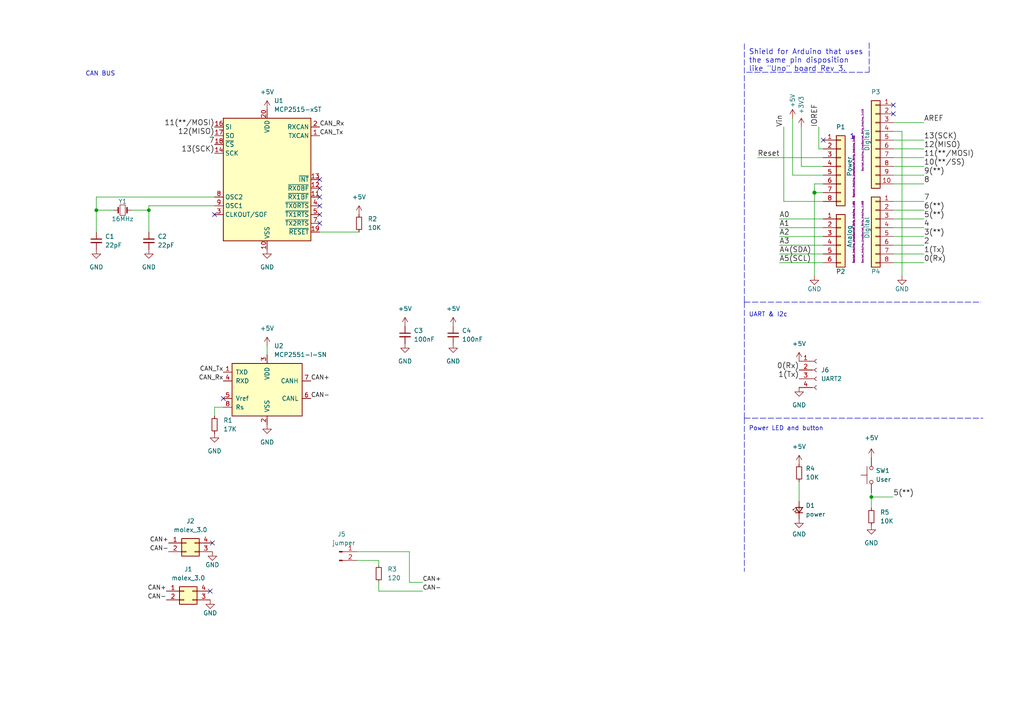
<source format=kicad_sch>
(kicad_sch (version 20211123) (generator eeschema)
  (paper "A4")
  (title_block (date "lun. 30 mars 2015"))
  (lib_symbols
    (symbol "Connector:Conn_01x02_Male" (pin_names (offset 1.016) hide)
      (property "Reference" "J" (at 0 2.54 0))
      (property "Value" "Conn_01x02_Male" (at 0 -5.08 0))
      (symbol "Conn_01x02_Male_1_1"
        (polyline (pts (xy 1.27 -2.54) (xy 0.8636 -2.54)) (stroke (width 0.1524)))
        (polyline (pts (xy 1.27 0) (xy 0.8636 0)) (stroke (width 0.1524)))
        (rectangle (start 0.8636 -2.413) (end 0 -2.667) (stroke (width 0.1524)) (fill (type outline)))
        (rectangle (start 0.8636 0.127) (end 0 -0.127) (stroke (width 0.1524)) (fill (type outline)))
        (pin passive line (at 5.08 0 180) (length 3.81) (name "Pin_1") (number "1"))
        (pin passive line (at 5.08 -2.54 180) (length 3.81) (name "Pin_2") (number "2"))
      )
    )
    (symbol "Connector:Conn_01x04_Female" (pin_names (offset 1.016) hide)
      (property "Reference" "J" (at 0 5.08 0))
      (property "Value" "Conn_01x04_Female" (at 0 -7.62 0))
      (symbol "Conn_01x04_Female_1_1"
        (arc (start 0 -4.572) (mid -0.508 -5.08) (end 0 -5.588) (stroke (width 0.1524)))
        (arc (start 0 -2.032) (mid -0.508 -2.54) (end 0 -3.048) (stroke (width 0.1524)))
        (polyline (pts (xy -1.27 -5.08) (xy -0.508 -5.08)) (stroke (width 0.1524)))
        (polyline (pts (xy -1.27 -2.54) (xy -0.508 -2.54)) (stroke (width 0.1524)))
        (polyline (pts (xy -1.27 0) (xy -0.508 0)) (stroke (width 0.1524)))
        (polyline (pts (xy -1.27 2.54) (xy -0.508 2.54)) (stroke (width 0.1524)))
        (arc (start 0 0.508) (mid -0.508 0) (end 0 -0.508) (stroke (width 0.1524)))
        (arc (start 0 3.048) (mid -0.508 2.54) (end 0 2.032) (stroke (width 0.1524)))
        (pin passive line (at -5.08 2.54 0) (length 3.81) (name "Pin_1") (number "1"))
        (pin passive line (at -5.08 0 0) (length 3.81) (name "Pin_2") (number "2"))
        (pin passive line (at -5.08 -2.54 0) (length 3.81) (name "Pin_3") (number "3"))
        (pin passive line (at -5.08 -5.08 0) (length 3.81) (name "Pin_4") (number "4"))
      )
    )
    (symbol "Connector_Generic:Conn_01x06" (pin_names (offset 1.016) hide)
      (property "Reference" "J" (at 0 7.62 0))
      (property "Value" "Conn_01x06" (at 0 -10.16 0))
      (symbol "Conn_01x06_1_1"
        (rectangle (start -1.27 -7.493) (end 0 -7.747) (stroke (width 0.1524)))
        (rectangle (start -1.27 -4.953) (end 0 -5.207) (stroke (width 0.1524)))
        (rectangle (start -1.27 -2.413) (end 0 -2.667) (stroke (width 0.1524)))
        (rectangle (start -1.27 0.127) (end 0 -0.127) (stroke (width 0.1524)))
        (rectangle (start -1.27 2.667) (end 0 2.413) (stroke (width 0.1524)))
        (rectangle (start -1.27 5.207) (end 0 4.953) (stroke (width 0.1524)))
        (rectangle (start -1.27 6.35) (end 1.27 -8.89) (stroke (width 0.254)) (fill (type background)))
        (pin passive line (at -5.08 5.08 0) (length 3.81) (name "Pin_1") (number "1"))
        (pin passive line (at -5.08 2.54 0) (length 3.81) (name "Pin_2") (number "2"))
        (pin passive line (at -5.08 0 0) (length 3.81) (name "Pin_3") (number "3"))
        (pin passive line (at -5.08 -2.54 0) (length 3.81) (name "Pin_4") (number "4"))
        (pin passive line (at -5.08 -5.08 0) (length 3.81) (name "Pin_5") (number "5"))
        (pin passive line (at -5.08 -7.62 0) (length 3.81) (name "Pin_6") (number "6"))
      )
    )
    (symbol "Connector_Generic:Conn_01x08" (pin_names (offset 1.016) hide)
      (property "Reference" "J" (at 0 10.16 0))
      (property "Value" "Conn_01x08" (at 0 -12.7 0))
      (symbol "Conn_01x08_1_1"
        (rectangle (start -1.27 -10.033) (end 0 -10.287) (stroke (width 0.1524)))
        (rectangle (start -1.27 -7.493) (end 0 -7.747) (stroke (width 0.1524)))
        (rectangle (start -1.27 -4.953) (end 0 -5.207) (stroke (width 0.1524)))
        (rectangle (start -1.27 -2.413) (end 0 -2.667) (stroke (width 0.1524)))
        (rectangle (start -1.27 0.127) (end 0 -0.127) (stroke (width 0.1524)))
        (rectangle (start -1.27 2.667) (end 0 2.413) (stroke (width 0.1524)))
        (rectangle (start -1.27 5.207) (end 0 4.953) (stroke (width 0.1524)))
        (rectangle (start -1.27 7.747) (end 0 7.493) (stroke (width 0.1524)))
        (rectangle (start -1.27 8.89) (end 1.27 -11.43) (stroke (width 0.254)) (fill (type background)))
        (pin passive line (at -5.08 7.62 0) (length 3.81) (name "Pin_1") (number "1"))
        (pin passive line (at -5.08 5.08 0) (length 3.81) (name "Pin_2") (number "2"))
        (pin passive line (at -5.08 2.54 0) (length 3.81) (name "Pin_3") (number "3"))
        (pin passive line (at -5.08 0 0) (length 3.81) (name "Pin_4") (number "4"))
        (pin passive line (at -5.08 -2.54 0) (length 3.81) (name "Pin_5") (number "5"))
        (pin passive line (at -5.08 -5.08 0) (length 3.81) (name "Pin_6") (number "6"))
        (pin passive line (at -5.08 -7.62 0) (length 3.81) (name "Pin_7") (number "7"))
        (pin passive line (at -5.08 -10.16 0) (length 3.81) (name "Pin_8") (number "8"))
      )
    )
    (symbol "Connector_Generic:Conn_01x10" (pin_names (offset 1.016) hide)
      (property "Reference" "J" (at 0 12.7 0))
      (property "Value" "Conn_01x10" (at 0 -15.24 0))
      (symbol "Conn_01x10_1_1"
        (rectangle (start -1.27 -12.573) (end 0 -12.827) (stroke (width 0.1524)))
        (rectangle (start -1.27 -10.033) (end 0 -10.287) (stroke (width 0.1524)))
        (rectangle (start -1.27 -7.493) (end 0 -7.747) (stroke (width 0.1524)))
        (rectangle (start -1.27 -4.953) (end 0 -5.207) (stroke (width 0.1524)))
        (rectangle (start -1.27 -2.413) (end 0 -2.667) (stroke (width 0.1524)))
        (rectangle (start -1.27 0.127) (end 0 -0.127) (stroke (width 0.1524)))
        (rectangle (start -1.27 2.667) (end 0 2.413) (stroke (width 0.1524)))
        (rectangle (start -1.27 5.207) (end 0 4.953) (stroke (width 0.1524)))
        (rectangle (start -1.27 7.747) (end 0 7.493) (stroke (width 0.1524)))
        (rectangle (start -1.27 10.287) (end 0 10.033) (stroke (width 0.1524)))
        (rectangle (start -1.27 11.43) (end 1.27 -13.97) (stroke (width 0.254)) (fill (type background)))
        (pin passive line (at -5.08 10.16 0) (length 3.81) (name "Pin_1") (number "1"))
        (pin passive line (at -5.08 -12.7 0) (length 3.81) (name "Pin_10") (number "10"))
        (pin passive line (at -5.08 7.62 0) (length 3.81) (name "Pin_2") (number "2"))
        (pin passive line (at -5.08 5.08 0) (length 3.81) (name "Pin_3") (number "3"))
        (pin passive line (at -5.08 2.54 0) (length 3.81) (name "Pin_4") (number "4"))
        (pin passive line (at -5.08 0 0) (length 3.81) (name "Pin_5") (number "5"))
        (pin passive line (at -5.08 -2.54 0) (length 3.81) (name "Pin_6") (number "6"))
        (pin passive line (at -5.08 -5.08 0) (length 3.81) (name "Pin_7") (number "7"))
        (pin passive line (at -5.08 -7.62 0) (length 3.81) (name "Pin_8") (number "8"))
        (pin passive line (at -5.08 -10.16 0) (length 3.81) (name "Pin_9") (number "9"))
      )
    )
    (symbol "Connector_Generic:Conn_02x02_Counter_Clockwise" (pin_names (offset 1.016) hide)
      (property "Reference" "J" (at 1.27 2.54 0))
      (property "Value" "Conn_02x02_Counter_Clockwise" (at 1.27 -5.08 0))
      (symbol "Conn_02x02_Counter_Clockwise_1_1"
        (rectangle (start -1.27 -2.413) (end 0 -2.667) (stroke (width 0.1524)))
        (rectangle (start -1.27 0.127) (end 0 -0.127) (stroke (width 0.1524)))
        (rectangle (start -1.27 1.27) (end 3.81 -3.81) (stroke (width 0.254)) (fill (type background)))
        (rectangle (start 3.81 -2.413) (end 2.54 -2.667) (stroke (width 0.1524)))
        (rectangle (start 3.81 0.127) (end 2.54 -0.127) (stroke (width 0.1524)))
        (pin passive line (at -5.08 0 0) (length 3.81) (name "Pin_1") (number "1"))
        (pin passive line (at -5.08 -2.54 0) (length 3.81) (name "Pin_2") (number "2"))
        (pin passive line (at 7.62 -2.54 180) (length 3.81) (name "Pin_3") (number "3"))
        (pin passive line (at 7.62 0 180) (length 3.81) (name "Pin_4") (number "4"))
      )
    )
    (symbol "Device:C_Small" (pin_numbers hide) (pin_names (offset 0.254) hide)
      (property "Reference" "C" (at 0.254 1.778 0))
      (property "Value" "C_Small" (at 0.254 -2.032 0))
      (symbol "C_Small_0_1"
        (polyline (pts (xy -1.524 -0.508) (xy 1.524 -0.508)) (stroke (width 0.3302)))
        (polyline (pts (xy -1.524 0.508) (xy 1.524 0.508)) (stroke (width 0.3048)))
      )
      (symbol "C_Small_1_1"
        (pin passive line (at 0 2.54 270) (length 2.032) (name "~") (number "1"))
        (pin passive line (at 0 -2.54 90) (length 2.032) (name "~") (number "2"))
      )
    )
    (symbol "Device:Crystal_Small" (pin_numbers hide) (pin_names (offset 1.016) hide)
      (property "Reference" "Y" (at 0 2.54 0))
      (property "Value" "Crystal_Small" (at 0 -2.54 0))
      (symbol "Crystal_Small_0_1"
        (rectangle (start -0.762 -1.524) (end 0.762 1.524))
        (polyline (pts (xy -1.27 -0.762) (xy -1.27 0.762)) (stroke (width 0.381)))
        (polyline (pts (xy 1.27 -0.762) (xy 1.27 0.762)) (stroke (width 0.381)))
      )
      (symbol "Crystal_Small_1_1"
        (pin passive line (at -2.54 0 0) (length 1.27) (name "1") (number "1"))
        (pin passive line (at 2.54 0 180) (length 1.27) (name "2") (number "2"))
      )
    )
    (symbol "Device:LED_Small" (pin_numbers hide) (pin_names (offset 0.254) hide)
      (property "Reference" "D" (at -1.27 3.175 0))
      (property "Value" "LED_Small" (at -4.445 -2.54 0))
      (symbol "LED_Small_0_1"
        (polyline (pts (xy -0.762 -1.016) (xy -0.762 1.016)) (stroke (width 0.254)))
        (polyline (pts (xy 1.016 0) (xy -0.762 0)))
        (polyline (pts (xy 0.762 -1.016) (xy -0.762 0) (xy 0.762 1.016) (xy 0.762 -1.016)) (stroke (width 0.254)))
        (polyline (pts (xy 0 0.762) (xy -0.508 1.27) (xy -0.254 1.27) (xy -0.508 1.27) (xy -0.508 1.016)))
        (polyline (pts (xy 0.508 1.27) (xy 0 1.778) (xy 0.254 1.778) (xy 0 1.778) (xy 0 1.524)))
      )
      (symbol "LED_Small_1_1"
        (pin passive line (at -2.54 0 0) (length 1.778) (name "K") (number "1"))
        (pin passive line (at 2.54 0 180) (length 1.778) (name "A") (number "2"))
      )
    )
    (symbol "Device:R_Small" (pin_numbers hide) (pin_names (offset 0.254) hide)
      (property "Reference" "R" (at 0.762 0.508 0))
      (property "Value" "R_Small" (at 0.762 -1.016 0))
      (symbol "R_Small_0_1"
        (rectangle (start -0.762 1.778) (end 0.762 -1.778) (stroke (width 0.2032)))
      )
      (symbol "R_Small_1_1"
        (pin passive line (at 0 2.54 270) (length 0.762) (name "~") (number "1"))
        (pin passive line (at 0 -2.54 90) (length 0.762) (name "~") (number "2"))
      )
    )
    (symbol "Interface_CAN_LIN:MCP2515-xST"
      (property "Reference" "U" (at -10.16 19.685 0))
      (property "Value" "MCP2515-xST" (at 19.05 20.32 0))
      (symbol "MCP2515-xST_0_1"
        (rectangle (start -12.7 17.78) (end 12.7 -17.78) (stroke (width 0.254)) (fill (type background)))
      )
      (symbol "MCP2515-xST_1_1"
        (pin output line (at 15.24 12.7 180) (length 2.54) (name "TXCAN") (number "1"))
        (pin power_in line (at 0 -20.32 90) (length 2.54) (name "VSS") (number "10"))
        (pin output line (at 15.24 -5.08 180) (length 2.54) (name "~{RX1BF}") (number "11"))
        (pin output line (at 15.24 -2.54 180) (length 2.54) (name "~{RX0BF}") (number "12"))
        (pin output line (at 15.24 0 180) (length 2.54) (name "~{INT}") (number "13"))
        (pin input line (at -15.24 7.62 0) (length 2.54) (name "SCK") (number "14"))
        (pin no_connect line (at -12.7 -2.54 0) (length 2.54) hide (name "NC") (number "15"))
        (pin input line (at -15.24 15.24 0) (length 2.54) (name "SI") (number "16"))
        (pin output line (at -15.24 12.7 0) (length 2.54) (name "SO") (number "17"))
        (pin input line (at -15.24 10.16 0) (length 2.54) (name "~{CS}") (number "18"))
        (pin input line (at 15.24 -15.24 180) (length 2.54) (name "~{RESET}") (number "19"))
        (pin input line (at 15.24 15.24 180) (length 2.54) (name "RXCAN") (number "2"))
        (pin power_in line (at 0 20.32 270) (length 2.54) (name "VDD") (number "20"))
        (pin output line (at -15.24 -10.16 0) (length 2.54) (name "CLKOUT/SOF") (number "3"))
        (pin input line (at 15.24 -7.62 180) (length 2.54) (name "~{TX0RTS}") (number "4"))
        (pin input line (at 15.24 -10.16 180) (length 2.54) (name "~{TX1RTS}") (number "5"))
        (pin no_connect line (at -12.7 0 0) (length 2.54) hide (name "NC") (number "6"))
        (pin input line (at 15.24 -12.7 180) (length 2.54) (name "~{TX2RTS}") (number "7"))
        (pin output line (at -15.24 -5.08 0) (length 2.54) (name "OSC2") (number "8"))
        (pin input line (at -15.24 -7.62 0) (length 2.54) (name "OSC1") (number "9"))
      )
    )
    (symbol "Interface_CAN_LIN:MCP2551-I-SN" (pin_names (offset 1.016))
      (property "Reference" "U" (at -10.16 8.89 0))
      (property "Value" "MCP2551-I-SN" (at 2.54 8.89 0))
      (symbol "MCP2551-I-SN_0_1"
        (rectangle (start -10.16 7.62) (end 10.16 -7.62) (stroke (width 0.254)) (fill (type background)))
      )
      (symbol "MCP2551-I-SN_1_1"
        (pin input line (at -12.7 5.08 0) (length 2.54) (name "TXD") (number "1"))
        (pin power_in line (at 0 -10.16 90) (length 2.54) (name "VSS") (number "2"))
        (pin power_in line (at 0 10.16 270) (length 2.54) (name "VDD") (number "3"))
        (pin output line (at -12.7 2.54 0) (length 2.54) (name "RXD") (number "4"))
        (pin power_out line (at -12.7 -2.54 0) (length 2.54) (name "Vref") (number "5"))
        (pin bidirectional line (at 12.7 -2.54 180) (length 2.54) (name "CANL") (number "6"))
        (pin bidirectional line (at 12.7 2.54 180) (length 2.54) (name "CANH") (number "7"))
        (pin input line (at -12.7 -5.08 0) (length 2.54) (name "Rs") (number "8"))
      )
    )
    (symbol "Switch:SW_Push" (pin_numbers hide) (pin_names (offset 1.016) hide)
      (property "Reference" "SW" (at 1.27 2.54 0))
      (property "Value" "SW_Push" (at 0 -1.524 0))
      (symbol "SW_Push_0_1"
        (circle (center -2.032 0) (radius 0.508))
        (polyline (pts (xy 0 1.27) (xy 0 3.048)))
        (polyline (pts (xy 2.54 1.27) (xy -2.54 1.27)))
        (circle (center 2.032 0) (radius 0.508))
        (pin passive line (at -5.08 0 0) (length 2.54) (name "1") (number "1"))
        (pin passive line (at 5.08 0 180) (length 2.54) (name "2") (number "2"))
      )
    )
    (symbol "power:+3.3V" (power) (pin_names (offset 0))
      (property "Value" "+3.3V" (at 0 3.556 0))
      (symbol "+3.3V_0_1"
        (polyline (pts (xy -0.762 1.27) (xy 0 2.54)))
        (polyline (pts (xy 0 0) (xy 0 2.54)))
        (polyline (pts (xy 0 2.54) (xy 0.762 1.27)))
      )
      (symbol "+3.3V_1_1"
        (pin power_in line (at 0 0 90) (length 0) hide (name "+3V3") (number "1"))
      )
    )
    (symbol "power:+5V" (power) (pin_names (offset 0))
      (property "Value" "+5V" (at 0 3.556 0))
      (symbol "+5V_0_1"
        (polyline (pts (xy -0.762 1.27) (xy 0 2.54)))
        (polyline (pts (xy 0 0) (xy 0 2.54)))
        (polyline (pts (xy 0 2.54) (xy 0.762 1.27)))
      )
      (symbol "+5V_1_1"
        (pin power_in line (at 0 0 90) (length 0) hide (name "+5V") (number "1"))
      )
    )
    (symbol "power:GND" (power) (pin_names (offset 0))
      (property "Value" "GND" (at 0 -3.81 0))
      (symbol "GND_0_1"
        (polyline (pts (xy 0 0) (xy 0 -1.27) (xy 1.27 -1.27) (xy 0 -2.54) (xy -1.27 -1.27) (xy 0 -1.27)))
      )
      (symbol "GND_1_1"
        (pin power_in line (at 0 0 270) (length 0) hide (name "GND") (number "1"))
      )
    )
  )
  (junction (at 252.73 144.145))
  (junction (at 27.94 60.96))
  (junction (at 236.22 55.88) (diameter 1.016))
  (junction (at 43.18 60.96))
  (no_connect (at 259.08 33.02))
  (no_connect (at 259.08 30.48))
  (no_connect (at 64.77 115.57))
  (no_connect (at 60.96 171.45))
  (no_connect (at 62.23 62.23))
  (no_connect (at 92.71 52.07))
  (no_connect (at 92.71 64.77))
  (no_connect (at 92.71 62.23))
  (no_connect (at 92.71 59.69))
  (no_connect (at 92.71 57.15))
  (no_connect (at 92.71 54.61))
  (no_connect (at 61.595 157.48))
  (no_connect (at 238.76 40.64))
  (wire (pts (xy 252.73 142.875) (xy 252.73 144.145)))
  (wire (pts (xy 238.76 48.26) (xy 232.41 48.26)))
  (polyline (pts (xy 215.9 121.285) (xy 215.9 165.735)))
  (wire (pts (xy 238.76 71.12) (xy 226.06 71.12)))
  (polyline (pts (xy 252.095 20.955) (xy 252.095 12.065)) (stroke (width 0) (type dash)))
  (wire (pts (xy 259.08 63.5) (xy 267.97 63.5)))
  (wire (pts (xy 27.94 60.96) (xy 27.94 67.31)))
  (polyline (pts (xy 215.9 87.63) (xy 215.9 121.285)))
  (wire (pts (xy 103.505 162.56) (xy 109.855 162.56)))
  (wire (pts (xy 252.73 144.145) (xy 252.73 147.32)))
  (wire (pts (xy 231.775 139.7) (xy 231.775 145.415)))
  (wire (pts (xy 236.22 53.34) (xy 236.22 55.88)))
  (wire (pts (xy 118.745 160.02) (xy 118.745 168.91)))
  (wire (pts (xy 38.1 60.96) (xy 43.18 60.96)))
  (wire (pts (xy 259.08 43.18) (xy 267.97 43.18)))
  (wire (pts (xy 261.62 38.1) (xy 261.62 80.01)))
  (wire (pts (xy 238.76 53.34) (xy 236.22 53.34)))
  (wire (pts (xy 259.08 144.145) (xy 252.73 144.145)))
  (wire (pts (xy 62.23 57.15) (xy 27.94 57.15)))
  (wire (pts (xy 118.745 160.02) (xy 103.505 160.02)))
  (wire (pts (xy 259.08 53.34) (xy 267.97 53.34)))
  (wire (pts (xy 237.49 43.18) (xy 238.76 43.18)))
  (wire (pts (xy 238.76 50.8) (xy 229.87 50.8)))
  (wire (pts (xy 118.745 168.91) (xy 122.555 168.91)))
  (wire (pts (xy 109.855 171.45) (xy 122.555 171.45)))
  (wire (pts (xy 259.08 40.64) (xy 267.97 40.64)))
  (wire (pts (xy 259.08 58.42) (xy 267.97 58.42)))
  (wire (pts (xy 238.76 66.04) (xy 226.06 66.04)))
  (polyline (pts (xy 215.9 121.285) (xy 285.115 121.285)))
  (wire (pts (xy 33.02 60.96) (xy 27.94 60.96)))
  (wire (pts (xy 259.08 71.12) (xy 267.97 71.12)))
  (wire (pts (xy 77.47 100.33) (xy 77.47 102.87)))
  (wire (pts (xy 238.76 58.42) (xy 227.33 58.42)))
  (wire (pts (xy 238.76 63.5) (xy 226.06 63.5)))
  (wire (pts (xy 43.18 60.96) (xy 43.18 67.31)))
  (wire (pts (xy 259.08 45.72) (xy 267.97 45.72)))
  (wire (pts (xy 238.76 73.66) (xy 226.06 73.66)))
  (wire (pts (xy 62.23 59.69) (xy 43.18 59.69)))
  (wire (pts (xy 43.18 59.69) (xy 43.18 60.96)))
  (wire (pts (xy 238.76 45.72) (xy 219.71 45.72)))
  (wire (pts (xy 259.08 38.1) (xy 261.62 38.1)))
  (wire (pts (xy 238.76 55.88) (xy 236.22 55.88)))
  (wire (pts (xy 259.08 50.8) (xy 267.97 50.8)))
  (wire (pts (xy 236.22 55.88) (xy 236.22 80.01)))
  (wire (pts (xy 64.77 118.11) (xy 62.23 118.11)))
  (wire (pts (xy 227.33 58.42) (xy 227.33 36.83)))
  (wire (pts (xy 109.855 168.91) (xy 109.855 171.45)))
  (polyline (pts (xy 215.9 87.63) (xy 284.48 87.63)) (stroke (width 0) (type dash)))
  (wire (pts (xy 259.08 68.58) (xy 267.97 68.58)))
  (wire (pts (xy 238.76 76.2) (xy 226.06 76.2)))
  (wire (pts (xy 259.08 73.66) (xy 267.97 73.66)))
  (wire (pts (xy 259.08 60.96) (xy 267.97 60.96)))
  (wire (pts (xy 109.855 162.56) (xy 109.855 163.83)))
  (wire (pts (xy 27.94 57.15) (xy 27.94 60.96)))
  (wire (pts (xy 229.87 50.8) (xy 229.87 34.29)))
  (wire (pts (xy 259.08 66.04) (xy 267.97 66.04)))
  (wire (pts (xy 259.08 35.56) (xy 267.97 35.56)))
  (polyline (pts (xy 215.9 12.7) (xy 215.9 87.63)) (stroke (width 0) (type dash)))
  (wire (pts (xy 92.71 67.31) (xy 104.14 67.31)))
  (wire (pts (xy 232.41 48.26) (xy 232.41 36.83)))
  (wire (pts (xy 237.49 36.83) (xy 237.49 43.18)))
  (wire (pts (xy 62.23 118.11) (xy 62.23 120.65)))
  (wire (pts (xy 259.08 76.2) (xy 267.97 76.2)))
  (wire (pts (xy 259.08 48.26) (xy 267.97 48.26)))
  (wire (pts (xy 238.76 68.58) (xy 226.06 68.58)))
  (polyline (pts (xy 216.535 20.955) (xy 252.095 20.955)) (stroke (width 0) (type dash)))
  (text "UART & I2c\n" (at 217.17 92.075 0) (effects (font (size 1.27 1.27)) (justify left bottom)))
  (text "Shield for Arduino that uses\nthe same pin disposition\nlike \"Uno\" board Rev 3." (at 217.17 20.955 0) (effects (font (size 1.524 1.524)) (justify left bottom)))
  (text "CAN BUS" (at 24.765 22.225 0) (effects (font (size 1.27 1.27)) (justify left bottom)))
  (text "1" (at 246.38 40.64 0) (effects (font (size 1.524 1.524)) (justify left bottom)))
  (text "Power LED and button \n" (at 217.17 125.095 0) (effects (font (size 1.27 1.27)) (justify left bottom)))
  (label "Vin" (at 227.33 36.83 90) (effects (font (size 1.524 1.524))))
  (label "CAN+" (at 90.17 110.49 0))
  (label "CAN-" (at 90.17 115.57 0))
  (label "CAN+" (at 48.26 171.45 180))
  (label "0(Rx)" (at 267.97 76.2 0) (effects (font (size 1.524 1.524))))
  (label "A4(SDA)" (at 226.06 73.66 0) (effects (font (size 1.524 1.524))))
  (label "CAN-" (at 122.555 171.45 0))
  (label "12(MISO)" (at 62.23 39.37 180) (effects (font (size 1.524 1.524))))
  (label "11(**/MOSI)" (at 62.23 36.83 180) (effects (font (size 1.524 1.524))))
  (label "CAN+" (at 48.895 157.48 180))
  (label "4" (at 267.97 66.04 0) (effects (font (size 1.524 1.524))))
  (label "5(**)" (at 267.97 63.5 0) (effects (font (size 1.524 1.524))))
  (label "A2" (at 226.06 68.58 0) (effects (font (size 1.524 1.524))))
  (label "CAN_Tx" (at 64.77 107.95 180))
  (label "A5(SCL)" (at 226.06 76.2 0) (effects (font (size 1.524 1.524))))
  (label "A0" (at 226.06 63.5 0) (effects (font (size 1.524 1.524))))
  (label "CAN_Rx" (at 92.71 36.83 0))
  (label "A1" (at 226.06 66.04 0) (effects (font (size 1.524 1.524))))
  (label "0(Rx)" (at 231.775 107.315 180) (effects (font (size 1.524 1.524))))
  (label "10(**/SS)" (at 267.97 48.26 0) (effects (font (size 1.524 1.524))))
  (label "1(Tx)" (at 231.775 109.855 180) (effects (font (size 1.524 1.524))))
  (label "13(SCK)" (at 267.97 40.64 0) (effects (font (size 1.524 1.524))))
  (label "7" (at 267.97 58.42 0) (effects (font (size 1.524 1.524))))
  (label "CAN_Tx" (at 92.71 39.37 0))
  (label "A3" (at 226.06 71.12 0) (effects (font (size 1.524 1.524))))
  (label "Reset" (at 219.71 45.72 0) (effects (font (size 1.524 1.524))))
  (label "2" (at 267.97 71.12 0) (effects (font (size 1.524 1.524))))
  (label "12(MISO)" (at 267.97 43.18 0) (effects (font (size 1.524 1.524))))
  (label "CAN-" (at 48.26 173.99 180))
  (label "3(**)" (at 267.97 68.58 0) (effects (font (size 1.524 1.524))))
  (label "5(**)" (at 259.08 144.145 0) (effects (font (size 1.524 1.524))))
  (label "9(**)" (at 267.97 50.8 0) (effects (font (size 1.524 1.524))))
  (label "CAN+" (at 122.555 168.91 0))
  (label "8" (at 267.97 53.34 0) (effects (font (size 1.524 1.524))))
  (label "7" (at 62.23 41.91 180) (effects (font (size 1.524 1.524))))
  (label "IOREF" (at 237.49 36.83 90) (effects (font (size 1.524 1.524))))
  (label "AREF" (at 267.97 35.56 0) (effects (font (size 1.524 1.524))))
  (label "13(SCK)" (at 62.23 44.45 180) (effects (font (size 1.524 1.524))))
  (label "CAN_Rx" (at 64.77 110.49 180))
  (label "CAN-" (at 48.895 160.02 180))
  (label "11(**/MOSI)" (at 267.97 45.72 0) (effects (font (size 1.524 1.524))))
  (label "1(Tx)" (at 267.97 73.66 0) (effects (font (size 1.524 1.524))))
  (label "6(**)" (at 267.97 60.96 0) (effects (font (size 1.524 1.524))))
  (symbol (lib_id "Connector_Generic:Conn_01x08") (at 243.84 48.26 0) (unit 1)
    (property "Reference" "P1" (at 243.84 36.83 0))
    (property "Value" "Power" (at 246.38 48.26 90))
    (property "Footprint" "Socket_Arduino_Uno:Socket_Strip_Arduino_1x08" (at 247.65 48.26 90) (effects (font (size 0.508 0.508))))
  )
  (symbol (lib_id "power:+3.3V") (at 232.41 36.83 0) (unit 1)
    (property "Reference" "#PWR01" (effects hide))
    (property "Value" "+3.3V" (at 232.41 30.48 90))
  )
  (symbol (lib_id "power:+5V") (at 229.87 34.29 0) (unit 1)
    (property "Reference" "#PWR02" (effects hide))
    (property "Value" "+5V" (at 229.87 29.21 90))
  )
  (symbol (lib_id "power:GND") (at 236.22 80.01 0) (unit 1)
    (property "Reference" "#PWR03" (effects hide))
    (property "Value" "GND" (at 236.22 83.82 0))
  )
  (symbol (lib_id "power:GND") (at 261.62 80.01 0) (unit 1)
    (property "Reference" "#PWR04" (effects hide))
    (property "Value" "GND" (at 261.62 83.82 0))
  )
  (symbol (lib_id "Connector_Generic:Conn_01x06") (at 243.84 68.58 0) (unit 1)
    (property "Reference" "P2" (at 243.84 78.74 0))
    (property "Value" "Analog" (at 246.38 68.58 90))
    (property "Footprint" "Socket_Arduino_Uno:Socket_Strip_Arduino_1x06" (at 247.65 67.31 90) (effects (font (size 0.508 0.508))))
  )
  (symbol (lib_id "Connector_Generic:Conn_01x08") (at 254 66.04 0) (mirror y) (unit 1)
    (property "Reference" "P4" (at 254 78.74 0))
    (property "Value" "Digital" (at 251.46 66.04 90))
    (property "Footprint" "Socket_Arduino_Uno:Socket_Strip_Arduino_1x08" (at 250.19 67.31 90) (effects (font (size 0.508 0.508))))
  )
  (symbol (lib_id "Connector_Generic:Conn_01x10") (at 254 40.64 0) (mirror y) (unit 1)
    (property "Reference" "P3" (at 254 26.67 0))
    (property "Value" "Digital" (at 251.46 40.64 90))
    (property "Footprint" "Socket_Arduino_Uno:Socket_Strip_Arduino_1x10" (at 250.19 40.64 90) (effects (font (size 0.508 0.508))))
  )
  (symbol (lib_id "Device:C_Small") (at 27.94 69.85 0) (unit 1)
    (property "Reference" "C1" (at 30.48 68.5862 0) (effects (justify left)))
    (property "Value" "22pF" (at 30.48 71.1262 0) (effects (justify left)))
    (property "Footprint" "Capacitor_SMD:C_0805_2012Metric_Pad1.18x1.45mm_HandSolder" (effects hide))
  )
  (symbol (lib_id "power:+5V") (at 77.47 31.75 0) (unit 1)
    (property "Reference" "#PWR010" (effects hide))
    (property "Value" "+5V" (at 77.47 26.67 0))
  )
  (symbol (lib_id "Device:C_Small") (at 43.18 69.85 0) (unit 1)
    (property "Reference" "C2" (at 45.72 68.5862 0) (effects (justify left)))
    (property "Value" "22pF" (at 45.72 71.1262 0) (effects (justify left)))
    (property "Footprint" "Capacitor_SMD:C_0805_2012Metric_Pad1.18x1.45mm_HandSolder" (effects hide))
  )
  (symbol (lib_id "Connector_Generic:Conn_02x02_Counter_Clockwise") (at 53.975 157.48 0) (unit 1)
    (property "Reference" "J2" (at 55.245 151.13 0))
    (property "Value" "molex_3.0" (at 55.245 153.67 0))
    (property "Footprint" "Connector_Molex:Molex_Micro-Fit_3.0_43045-0400_2x02_P3.00mm_Horizontal" (effects hide))
  )
  (symbol (lib_id "Device:C_Small") (at 131.445 97.155 0) (unit 1)
    (property "Reference" "C4" (at 133.985 95.8912 0) (effects (justify left)))
    (property "Value" "100nF" (at 133.985 98.4312 0) (effects (justify left)))
    (property "Footprint" "Capacitor_SMD:C_0805_2012Metric_Pad1.18x1.45mm_HandSolder" (effects hide))
  )
  (symbol (lib_id "power:+5V") (at 252.73 132.715 0) (unit 1)
    (property "Reference" "#PWR025" (effects hide))
    (property "Value" "+5V" (at 252.73 127 0))
  )
  (symbol (lib_id "power:+5V") (at 131.445 94.615 0) (unit 1)
    (property "Reference" "#PWR019" (effects hide))
    (property "Value" "+5V" (at 131.445 89.535 0))
  )
  (symbol (lib_id "power:+5V") (at 104.14 62.23 0) (unit 1)
    (property "Reference" "#PWR016" (effects hide))
    (property "Value" "+5V" (at 104.14 57.15 0))
  )
  (symbol (lib_id "power:+5V") (at 117.475 94.615 0) (unit 1)
    (property "Reference" "#PWR017" (effects hide))
    (property "Value" "+5V" (at 117.475 89.535 0))
  )
  (symbol (lib_id "Device:R_Small") (at 104.14 64.77 0) (unit 1)
    (property "Reference" "R2" (at 106.68 63.4999 0) (effects (justify left)))
    (property "Value" "10K" (at 106.68 66.0399 0) (effects (justify left)))
    (property "Footprint" "Resistor_SMD:R_0805_2012Metric_Pad1.20x1.40mm_HandSolder" (effects hide))
  )
  (symbol (lib_id "Connector:Conn_01x04_Female") (at 236.855 107.315 0) (unit 1)
    (property "Reference" "J6" (at 238.125 107.3149 0) (effects (justify left)))
    (property "Value" "UART2" (at 238.125 109.8549 0) (effects (justify left)))
    (property "Footprint" "Connector_PinSocket_2.54mm:PinSocket_1x04_P2.54mm_Vertical" (effects hide))
  )
  (symbol (lib_id "power:+5V") (at 77.47 100.33 0) (unit 1)
    (property "Reference" "#PWR012" (effects hide))
    (property "Value" "+5V" (at 77.47 95.25 0))
  )
  (symbol (lib_id "power:GND") (at 131.445 99.695 0) (unit 1)
    (property "Reference" "#PWR020" (effects hide))
    (property "Value" "GND" (at 131.445 104.775 0))
  )
  (symbol (lib_id "Device:R_Small") (at 62.23 123.19 0) (unit 1)
    (property "Reference" "R1" (at 64.77 121.9199 0) (effects (justify left)))
    (property "Value" "17K" (at 64.77 124.4599 0) (effects (justify left)))
    (property "Footprint" "Resistor_SMD:R_0805_2012Metric_Pad1.20x1.40mm_HandSolder" (effects hide))
  )
  (symbol (lib_id "power:+5V") (at 231.775 134.62 0) (unit 1)
    (property "Reference" "#PWR023" (effects hide))
    (property "Value" "+5V" (at 231.775 129.54 0))
  )
  (symbol (lib_id "power:GND") (at 252.73 152.4 0) (unit 1)
    (property "Reference" "#PWR026" (effects hide))
    (property "Value" "GND" (at 252.73 157.48 0))
  )
  (symbol (lib_id "Device:R_Small") (at 109.855 166.37 0) (unit 1)
    (property "Reference" "R3" (at 112.395 165.0999 0) (effects (justify left)))
    (property "Value" "120" (at 112.395 167.6399 0) (effects (justify left)))
    (property "Footprint" "Resistor_SMD:R_0805_2012Metric_Pad1.20x1.40mm_HandSolder" (effects hide))
  )
  (symbol (lib_id "power:GND") (at 62.23 125.73 0) (unit 1)
    (property "Reference" "#PWR09" (effects hide))
    (property "Value" "GND" (at 62.23 130.81 0))
  )
  (symbol (lib_id "Interface_CAN_LIN:MCP2515-xST") (at 77.47 52.07 0) (unit 1)
    (property "Reference" "U1" (at 79.4894 29.21 0) (effects (justify left)))
    (property "Value" "MCP2515-xST" (at 79.4894 31.75 0) (effects (justify left)))
    (property "Footprint" "Package_SO:TSSOP-20_4.4x6.5mm_P0.65mm" (effects hide))
    (property "Datasheet" "http://ww1.microchip.com/downloads/en/DeviceDoc/21801e.pdf" (effects hide))
  )
  (symbol (lib_id "Connector_Generic:Conn_02x02_Counter_Clockwise") (at 53.34 171.45 0) (unit 1)
    (property "Reference" "J1" (at 54.61 165.1 0))
    (property "Value" "molex_3.0" (at 54.61 167.64 0))
    (property "Footprint" "Connector_Molex:Molex_Micro-Fit_3.0_43045-0400_2x02_P3.00mm_Horizontal" (effects hide))
  )
  (symbol (lib_id "power:GND") (at 77.47 72.39 0) (unit 1)
    (property "Reference" "#PWR011" (effects hide))
    (property "Value" "GND" (at 77.47 77.47 0))
  )
  (symbol (lib_id "Interface_CAN_LIN:MCP2551-I-SN") (at 77.47 113.03 0) (unit 1)
    (property "Reference" "U2" (at 79.4894 100.33 0) (effects (justify left)))
    (property "Value" "MCP2551-I-SN" (at 79.4894 102.87 0) (effects (justify left)))
    (property "Footprint" "Package_SO:SOIC-8_3.9x4.9mm_P1.27mm" (effects hide))
    (property "Datasheet" "http://ww1.microchip.com/downloads/en/devicedoc/21667d.pdf" (effects hide))
  )
  (symbol (lib_id "power:GND") (at 77.47 123.19 0) (unit 1)
    (property "Reference" "#PWR013" (effects hide))
    (property "Value" "GND" (at 77.47 128.27 0))
  )
  (symbol (lib_id "Device:R_Small") (at 252.73 149.86 0) (unit 1)
    (property "Reference" "R5" (at 255.27 148.5899 0) (effects (justify left)))
    (property "Value" "10K" (at 255.27 151.1299 0) (effects (justify left)))
    (property "Footprint" "Resistor_SMD:R_0805_2012Metric_Pad1.20x1.40mm_HandSolder" (effects hide))
  )
  (symbol (lib_id "power:+5V") (at 231.775 104.775 0) (unit 1)
    (property "Reference" "#PWR021" (effects hide))
    (property "Value" "+5V" (at 231.775 99.695 0))
  )
  (symbol (lib_id "power:GND") (at 231.775 150.495 0) (unit 1)
    (property "Reference" "#PWR024" (effects hide))
    (property "Value" "GND" (at 231.775 154.94 0))
  )
  (symbol (lib_id "Switch:SW_Push") (at 252.73 137.795 90) (unit 1)
    (property "Reference" "SW1" (at 254 136.5249 90) (effects (justify right)))
    (property "Value" "User" (at 254 139.0649 90) (effects (justify right)))
    (property "Footprint" "Button_Switch_SMD:SW_Push_1P1T_NO_6x6mm_H9.5mm" (effects hide))
  )
  (symbol (lib_id "power:GND") (at 43.18 72.39 0) (unit 1)
    (property "Reference" "#PWR06" (effects hide))
    (property "Value" "GND" (at 43.18 77.47 0))
  )
  (symbol (lib_id "power:GND") (at 61.595 160.02 0) (unit 1)
    (property "Reference" "#PWR08" (effects hide))
    (property "Value" "GND" (at 61.595 163.83 0))
  )
  (symbol (lib_id "power:GND") (at 117.475 99.695 0) (unit 1)
    (property "Reference" "#PWR018" (effects hide))
    (property "Value" "GND" (at 117.475 104.775 0))
  )
  (symbol (lib_id "power:GND") (at 231.775 112.395 0) (unit 1)
    (property "Reference" "#PWR022" (effects hide))
    (property "Value" "GND" (at 231.775 117.475 0))
  )
  (symbol (lib_id "Device:R_Small") (at 231.775 137.16 0) (unit 1)
    (property "Reference" "R4" (at 233.68 135.8899 0) (effects (justify left)))
    (property "Value" "10K" (at 233.68 138.4299 0) (effects (justify left)))
    (property "Footprint" "Resistor_SMD:R_0805_2012Metric_Pad1.20x1.40mm_HandSolder" (effects hide))
  )
  (symbol (lib_id "Device:C_Small") (at 117.475 97.155 0) (unit 1)
    (property "Reference" "C3" (at 120.015 95.8912 0) (effects (justify left)))
    (property "Value" "100nF" (at 120.015 98.4312 0) (effects (justify left)))
    (property "Footprint" "Capacitor_SMD:C_0805_2012Metric_Pad1.18x1.45mm_HandSolder" (effects hide))
  )
  (symbol (lib_id "Connector:Conn_01x02_Male") (at 98.425 160.02 0) (unit 1)
    (property "Reference" "J5" (at 99.06 154.94 0))
    (property "Value" "jumper" (at 99.695 157.48 0))
    (property "Footprint" "Connector_PinHeader_2.54mm:PinHeader_1x02_P2.54mm_Vertical" (effects hide))
  )
  (symbol (lib_id "Device:LED_Small") (at 231.775 147.955 90) (unit 1)
    (property "Reference" "D1" (at 233.68 146.6214 90) (effects (justify right)))
    (property "Value" "power" (at 233.68 149.1614 90) (effects (justify right)))
    (property "Footprint" "LED_SMD:LED_0805_2012Metric_Pad1.15x1.40mm_HandSolder" (effects hide))
  )
  (symbol (lib_id "power:GND") (at 60.96 173.99 0) (unit 1)
    (property "Reference" "#PWR07" (effects hide))
    (property "Value" "GND" (at 60.96 177.8 0))
  )
  (symbol (lib_id "Device:Crystal_Small") (at 35.56 60.96 0) (unit 1)
    (property "Reference" "Y1" (at 35.56 58.42 0))
    (property "Value" "16MHz" (at 35.56 63.5 0))
    (property "Footprint" "Crystal:Crystal_HC49-U_Vertical" (effects hide))
  )
  (symbol (lib_id "power:GND") (at 27.94 72.39 0) (unit 1)
    (property "Reference" "#PWR05" (effects hide))
    (property "Value" "GND" (at 27.94 77.47 0))
  )
)
</source>
